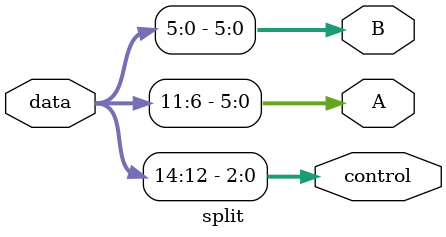
<source format=sv>
module split(input logic [14:0] data, output logic [2:0] control, 
		output logic [5:0] A, B);
	always_comb
	begin 
		control <= data[14:12];
		A<= data[11:6];
		B<= data[5:0];
	end 	
endmodule 
</source>
